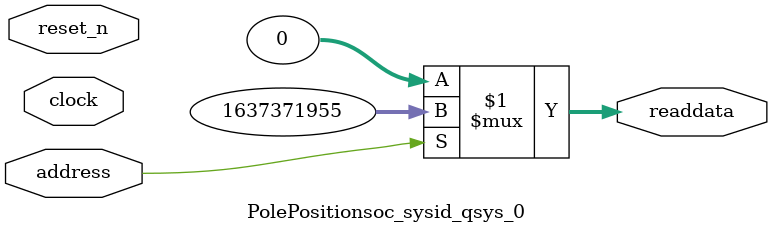
<source format=v>



// synthesis translate_off
`timescale 1ns / 1ps
// synthesis translate_on

// turn off superfluous verilog processor warnings 
// altera message_level Level1 
// altera message_off 10034 10035 10036 10037 10230 10240 10030 

module PolePositionsoc_sysid_qsys_0 (
               // inputs:
                address,
                clock,
                reset_n,

               // outputs:
                readdata
             )
;

  output  [ 31: 0] readdata;
  input            address;
  input            clock;
  input            reset_n;

  wire    [ 31: 0] readdata;
  //control_slave, which is an e_avalon_slave
  assign readdata = address ? 1637371955 : 0;

endmodule



</source>
